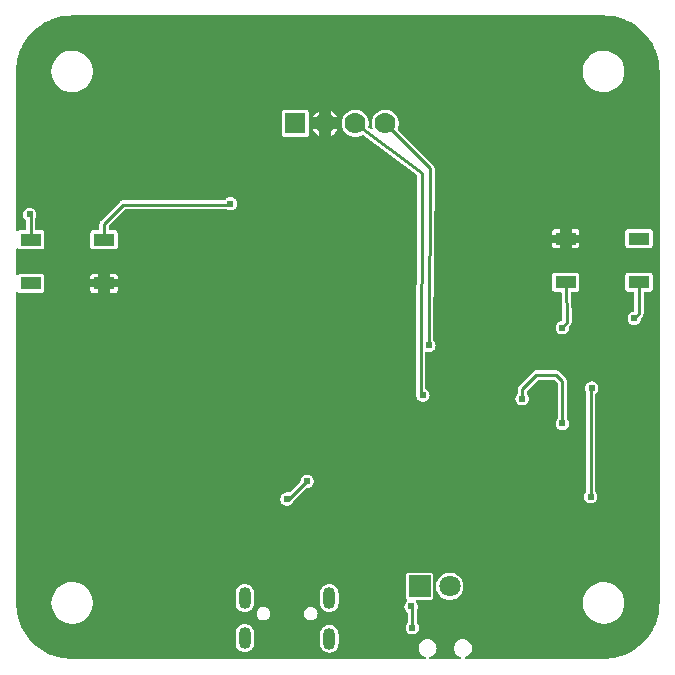
<source format=gtl>
G04 Layer: TopLayer*
G04 EasyEDA v6.5.42, 2024-04-23 23:59:32*
G04 6f1416cd65ae409284c29a2362dae36f,3bb721cc424b4652afb4738f699644a2,10*
G04 Gerber Generator version 0.2*
G04 Scale: 100 percent, Rotated: No, Reflected: No *
G04 Dimensions in millimeters *
G04 leading zeros omitted , absolute positions ,4 integer and 5 decimal *
%FSLAX45Y45*%
%MOMM*%

%AMMACRO1*21,1,$1,$2,0,0,$3*%
%ADD10C,0.2540*%
%ADD11R,1.8000X1.1000*%
%ADD12C,1.8000*%
%ADD13MACRO1,1.8X1.8X0.0000*%
%ADD14O,1.0500106X1.850009*%
%ADD15R,1.7780X1.7780*%
%ADD16C,1.7780*%
%ADD17C,0.6200*%
%ADD18C,0.0162*%

%LPD*%
G36*
X500532Y25908D02*
G01*
X469900Y26873D01*
X440283Y29718D01*
X410870Y34391D01*
X381812Y40894D01*
X353212Y49225D01*
X325170Y59334D01*
X297840Y71170D01*
X271322Y84734D01*
X245719Y99923D01*
X221081Y116636D01*
X197561Y134924D01*
X175260Y154635D01*
X154178Y175717D01*
X134518Y198069D01*
X116281Y221589D01*
X99568Y246227D01*
X84429Y271881D01*
X70916Y298450D01*
X59080Y325780D01*
X49022Y353822D01*
X40741Y382422D01*
X34290Y411480D01*
X29616Y440893D01*
X26822Y470560D01*
X25908Y500532D01*
X25908Y3123234D01*
X26670Y3127095D01*
X28905Y3130397D01*
X32156Y3132632D01*
X36068Y3133394D01*
X39979Y3132632D01*
X43891Y3129788D01*
X48768Y3126689D01*
X54254Y3124758D01*
X60553Y3124047D01*
X239420Y3124047D01*
X245770Y3124758D01*
X251206Y3126689D01*
X256133Y3129788D01*
X260197Y3133852D01*
X263296Y3138779D01*
X265176Y3144215D01*
X265887Y3150565D01*
X265887Y3259429D01*
X265176Y3265728D01*
X263296Y3271215D01*
X260197Y3276092D01*
X256133Y3280206D01*
X251206Y3283254D01*
X245770Y3285185D01*
X239420Y3285896D01*
X60553Y3285896D01*
X54254Y3285185D01*
X48768Y3283254D01*
X39979Y3277362D01*
X36068Y3276600D01*
X32156Y3277362D01*
X28905Y3279546D01*
X26670Y3282848D01*
X25908Y3286760D01*
X25908Y3493211D01*
X26670Y3497122D01*
X28905Y3500424D01*
X32156Y3502609D01*
X36068Y3503371D01*
X39979Y3502609D01*
X43891Y3499764D01*
X48768Y3496716D01*
X54254Y3494786D01*
X60553Y3494074D01*
X239420Y3494074D01*
X245770Y3494786D01*
X251206Y3496716D01*
X256133Y3499764D01*
X260197Y3503879D01*
X263296Y3508756D01*
X265176Y3514242D01*
X265887Y3520541D01*
X265887Y3629406D01*
X265176Y3635756D01*
X263296Y3641191D01*
X260197Y3646119D01*
X256133Y3650183D01*
X251206Y3653282D01*
X245770Y3655161D01*
X239420Y3655872D01*
X198780Y3655872D01*
X194868Y3656685D01*
X191566Y3658870D01*
X189382Y3662172D01*
X188620Y3666032D01*
X188620Y3757726D01*
X189484Y3761943D01*
X193649Y3771036D01*
X196037Y3780383D01*
X196900Y3789984D01*
X196037Y3799586D01*
X193649Y3808933D01*
X189636Y3817721D01*
X184251Y3825697D01*
X177596Y3832656D01*
X169824Y3838397D01*
X161188Y3842765D01*
X151993Y3845560D01*
X142443Y3846829D01*
X132791Y3846372D01*
X123342Y3844340D01*
X114401Y3840784D01*
X106172Y3835704D01*
X98958Y3829354D01*
X92862Y3821836D01*
X88188Y3813403D01*
X84988Y3804310D01*
X83362Y3794810D01*
X83362Y3785158D01*
X84988Y3775659D01*
X88188Y3766565D01*
X92862Y3758133D01*
X98958Y3750614D01*
X109118Y3741775D01*
X110794Y3738778D01*
X111404Y3735374D01*
X111404Y3666032D01*
X110591Y3662172D01*
X108407Y3658870D01*
X105105Y3656685D01*
X101244Y3655872D01*
X60553Y3655872D01*
X54254Y3655161D01*
X48768Y3653282D01*
X39979Y3647338D01*
X36068Y3646576D01*
X32156Y3647338D01*
X28905Y3649573D01*
X26670Y3652824D01*
X25908Y3656736D01*
X25908Y4974640D01*
X26365Y4979365D01*
X26009Y5009286D01*
X27533Y5038648D01*
X30835Y5067909D01*
X35915Y5096865D01*
X42824Y5125466D01*
X51511Y5153609D01*
X61874Y5181142D01*
X73964Y5207965D01*
X87680Y5233974D01*
X103022Y5259120D01*
X119837Y5283250D01*
X138125Y5306263D01*
X157835Y5328107D01*
X178866Y5348732D01*
X201117Y5367985D01*
X224536Y5385816D01*
X248970Y5402173D01*
X274421Y5416956D01*
X300736Y5430113D01*
X327761Y5441696D01*
X355498Y5451500D01*
X383794Y5459577D01*
X412546Y5465927D01*
X441604Y5470448D01*
X470916Y5473141D01*
X500532Y5474055D01*
X4999431Y5474055D01*
X5030063Y5473090D01*
X5059730Y5470296D01*
X5089144Y5465622D01*
X5118201Y5459069D01*
X5146802Y5450738D01*
X5174792Y5440629D01*
X5202123Y5428792D01*
X5228640Y5415280D01*
X5254294Y5400090D01*
X5278882Y5383326D01*
X5302402Y5365038D01*
X5324754Y5345328D01*
X5345785Y5324297D01*
X5365445Y5301945D01*
X5383682Y5278374D01*
X5400446Y5253736D01*
X5415584Y5228082D01*
X5429097Y5201564D01*
X5440883Y5174234D01*
X5450941Y5146192D01*
X5459222Y5117592D01*
X5465724Y5088483D01*
X5470347Y5059070D01*
X5473141Y5029454D01*
X5474106Y4999431D01*
X5474055Y500380D01*
X5473090Y469900D01*
X5470296Y440283D01*
X5465622Y410870D01*
X5459069Y381812D01*
X5450738Y353212D01*
X5440629Y325170D01*
X5428792Y297840D01*
X5415280Y271322D01*
X5400090Y245719D01*
X5383326Y221081D01*
X5365038Y197561D01*
X5345328Y175260D01*
X5324297Y154178D01*
X5301945Y134518D01*
X5278374Y116281D01*
X5253736Y99568D01*
X5228082Y84429D01*
X5201564Y70916D01*
X5174234Y59080D01*
X5146192Y49022D01*
X5117592Y40741D01*
X5088483Y34290D01*
X5059070Y29616D01*
X5029454Y26822D01*
X4999431Y25908D01*
X3834841Y25908D01*
X3830777Y26771D01*
X3827373Y29159D01*
X3825240Y32664D01*
X3824681Y36779D01*
X3825798Y40792D01*
X3828440Y43992D01*
X3832148Y45872D01*
X3835603Y46837D01*
X3846220Y51562D01*
X3855974Y57912D01*
X3864660Y65633D01*
X3872026Y74574D01*
X3877970Y84582D01*
X3882339Y95351D01*
X3884980Y106629D01*
X3885844Y118211D01*
X3884980Y129844D01*
X3882339Y141122D01*
X3877970Y151892D01*
X3872026Y161899D01*
X3864660Y170840D01*
X3855974Y178562D01*
X3846220Y184912D01*
X3835603Y189636D01*
X3824427Y192735D01*
X3812895Y194056D01*
X3801262Y193598D01*
X3789883Y191414D01*
X3778910Y187452D01*
X3768750Y181914D01*
X3759504Y174904D01*
X3751427Y166522D01*
X3744772Y157022D01*
X3739591Y146608D01*
X3736086Y135534D01*
X3734308Y124053D01*
X3734308Y112420D01*
X3736086Y100939D01*
X3739591Y89865D01*
X3744772Y79451D01*
X3751427Y69951D01*
X3759504Y61569D01*
X3768750Y54559D01*
X3778910Y49022D01*
X3788308Y45618D01*
X3791762Y43535D01*
X3794150Y40284D01*
X3795014Y36322D01*
X3794353Y32359D01*
X3792169Y29006D01*
X3788816Y26720D01*
X3784854Y25908D01*
X3534613Y25908D01*
X3530600Y26771D01*
X3527196Y29159D01*
X3525062Y32664D01*
X3524504Y36779D01*
X3525621Y40792D01*
X3528263Y43992D01*
X3531920Y45872D01*
X3535629Y46888D01*
X3546246Y51612D01*
X3555949Y57962D01*
X3564636Y65684D01*
X3572052Y74625D01*
X3577996Y84632D01*
X3582314Y95402D01*
X3584956Y106680D01*
X3585870Y118262D01*
X3584956Y129895D01*
X3582314Y141173D01*
X3577996Y151942D01*
X3572052Y161950D01*
X3564636Y170891D01*
X3555949Y178612D01*
X3546246Y184962D01*
X3535629Y189687D01*
X3524402Y192786D01*
X3512870Y194106D01*
X3501288Y193649D01*
X3489858Y191465D01*
X3478936Y187502D01*
X3468725Y181965D01*
X3459479Y174955D01*
X3451453Y166573D01*
X3444748Y157073D01*
X3439617Y146659D01*
X3436112Y135585D01*
X3434334Y124104D01*
X3434334Y112471D01*
X3436112Y100990D01*
X3439617Y89916D01*
X3444748Y79502D01*
X3451453Y70002D01*
X3459479Y61620D01*
X3468725Y54610D01*
X3478936Y49072D01*
X3488436Y45618D01*
X3491890Y43535D01*
X3494278Y40284D01*
X3495192Y36322D01*
X3494481Y32359D01*
X3492296Y29006D01*
X3488994Y26720D01*
X3485032Y25908D01*
G37*

%LPC*%
G36*
X2671673Y79349D02*
G01*
X2683357Y79349D01*
X2694940Y81076D01*
X2706166Y84531D01*
X2716682Y89611D01*
X2726385Y96215D01*
X2734970Y104190D01*
X2742285Y113334D01*
X2748127Y123494D01*
X2752394Y134416D01*
X2755036Y145796D01*
X2755900Y157886D01*
X2755900Y237134D01*
X2755036Y249174D01*
X2752394Y260604D01*
X2748127Y271526D01*
X2742285Y281635D01*
X2734970Y290830D01*
X2726385Y298754D01*
X2716682Y305358D01*
X2706166Y310438D01*
X2694940Y313893D01*
X2683357Y315671D01*
X2671673Y315671D01*
X2660091Y313893D01*
X2648864Y310438D01*
X2638298Y305358D01*
X2628646Y298754D01*
X2620060Y290830D01*
X2612745Y281635D01*
X2606903Y271526D01*
X2602585Y260604D01*
X2599994Y249174D01*
X2599080Y237134D01*
X2599080Y157886D01*
X2599994Y145796D01*
X2602585Y134416D01*
X2606903Y123494D01*
X2612745Y113334D01*
X2620060Y104190D01*
X2628646Y96215D01*
X2638298Y89611D01*
X2648864Y84531D01*
X2660091Y81076D01*
G37*
G36*
X1956663Y84328D02*
G01*
X1968347Y84328D01*
X1979930Y86055D01*
X1991156Y89509D01*
X2001672Y94640D01*
X2011375Y101193D01*
X2019960Y109169D01*
X2027275Y118364D01*
X2033117Y128473D01*
X2037384Y139395D01*
X2040026Y150825D01*
X2040889Y162864D01*
X2040889Y242112D01*
X2040026Y254152D01*
X2037384Y265582D01*
X2033117Y276504D01*
X2027275Y286664D01*
X2019960Y295808D01*
X2011375Y303784D01*
X2001672Y310388D01*
X1991156Y315468D01*
X1979930Y318922D01*
X1968347Y320649D01*
X1956663Y320649D01*
X1945081Y318922D01*
X1933854Y315468D01*
X1923288Y310388D01*
X1913636Y303784D01*
X1905050Y295808D01*
X1897735Y286664D01*
X1891893Y276504D01*
X1887575Y265582D01*
X1884984Y254152D01*
X1884070Y242112D01*
X1884070Y162864D01*
X1884984Y150825D01*
X1887575Y139395D01*
X1891893Y128473D01*
X1897735Y118364D01*
X1905050Y109169D01*
X1913636Y101193D01*
X1923288Y94640D01*
X1933854Y89509D01*
X1945081Y86055D01*
G37*
G36*
X3382416Y233171D02*
G01*
X3391966Y234391D01*
X3401212Y237236D01*
X3409797Y241554D01*
X3417570Y247294D01*
X3424275Y254254D01*
X3429660Y262280D01*
X3433622Y271068D01*
X3436061Y280365D01*
X3436874Y289966D01*
X3436061Y299618D01*
X3433622Y308914D01*
X3429660Y317703D01*
X3424275Y325729D01*
X3421430Y328676D01*
X3419348Y331927D01*
X3418586Y335686D01*
X3418586Y437743D01*
X3419500Y441959D01*
X3423615Y451053D01*
X3426053Y460400D01*
X3426866Y470001D01*
X3426053Y479602D01*
X3423615Y488950D01*
X3419652Y497738D01*
X3411016Y510184D01*
X3410305Y514096D01*
X3411118Y517906D01*
X3413302Y521157D01*
X3416604Y523341D01*
X3420465Y524103D01*
X3532428Y524103D01*
X3538728Y524814D01*
X3544214Y526694D01*
X3549091Y529793D01*
X3553206Y533908D01*
X3556254Y538784D01*
X3558184Y544271D01*
X3558895Y550570D01*
X3558895Y729437D01*
X3558184Y735736D01*
X3556254Y741222D01*
X3553206Y746099D01*
X3549091Y750214D01*
X3544214Y753262D01*
X3538728Y755192D01*
X3532428Y755904D01*
X3353562Y755904D01*
X3347262Y755192D01*
X3341776Y753262D01*
X3336899Y750214D01*
X3332784Y746099D01*
X3329686Y741222D01*
X3327806Y735736D01*
X3327095Y729437D01*
X3327095Y550570D01*
X3327806Y544271D01*
X3329686Y538784D01*
X3332784Y533908D01*
X3336391Y530301D01*
X3338626Y526846D01*
X3339337Y522782D01*
X3338372Y518769D01*
X3335883Y515467D01*
X3328924Y509371D01*
X3322878Y501853D01*
X3318154Y493420D01*
X3314954Y484327D01*
X3313328Y474827D01*
X3313328Y465175D01*
X3314954Y455676D01*
X3318154Y446582D01*
X3322878Y438150D01*
X3328924Y430631D01*
X3339134Y421792D01*
X3340811Y418795D01*
X3341370Y415391D01*
X3341370Y335940D01*
X3340811Y332587D01*
X3339134Y329590D01*
X3332886Y321818D01*
X3328162Y313436D01*
X3324961Y304342D01*
X3323336Y294792D01*
X3323336Y285191D01*
X3324961Y275640D01*
X3328162Y266547D01*
X3332886Y258165D01*
X3338931Y250647D01*
X3346196Y244246D01*
X3354374Y239217D01*
X3363366Y235610D01*
X3372764Y233578D01*
G37*
G36*
X504545Y324154D02*
G01*
X522579Y325577D01*
X540410Y328828D01*
X557784Y333857D01*
X574548Y340715D01*
X590550Y349199D01*
X605586Y359308D01*
X619455Y370890D01*
X632104Y383895D01*
X643382Y398068D01*
X653084Y413359D01*
X661162Y429564D01*
X667562Y446532D01*
X672185Y464007D01*
X674979Y481888D01*
X675894Y499973D01*
X674979Y518109D01*
X672185Y535990D01*
X667562Y553466D01*
X661162Y570433D01*
X653084Y586638D01*
X643382Y601929D01*
X632104Y616102D01*
X619455Y629107D01*
X605586Y640689D01*
X590550Y650798D01*
X574548Y659282D01*
X557784Y666140D01*
X540410Y671169D01*
X522579Y674420D01*
X504545Y675843D01*
X486409Y675386D01*
X468477Y673049D01*
X450850Y668883D01*
X433730Y662940D01*
X417322Y655269D01*
X401828Y645922D01*
X387299Y635050D01*
X374040Y622757D01*
X362051Y609142D01*
X351586Y594410D01*
X342646Y578662D01*
X335432Y562051D01*
X329895Y544779D01*
X326186Y527050D01*
X324358Y509066D01*
X324358Y490931D01*
X326186Y472948D01*
X329895Y455218D01*
X335432Y437946D01*
X342646Y421335D01*
X351586Y405587D01*
X362051Y390855D01*
X374040Y377240D01*
X387299Y364947D01*
X401828Y354076D01*
X417322Y344728D01*
X433730Y337058D01*
X450850Y331114D01*
X468477Y326948D01*
X486409Y324612D01*
G37*
G36*
X5004511Y324154D02*
G01*
X5022596Y325577D01*
X5040376Y328828D01*
X5057800Y333857D01*
X5074564Y340715D01*
X5090515Y349199D01*
X5105552Y359308D01*
X5119471Y370890D01*
X5132120Y383895D01*
X5143347Y398068D01*
X5153050Y413359D01*
X5161178Y429564D01*
X5167528Y446532D01*
X5172151Y464007D01*
X5174945Y481888D01*
X5175859Y499973D01*
X5174945Y518109D01*
X5172151Y535990D01*
X5167528Y553466D01*
X5161178Y570433D01*
X5153050Y586638D01*
X5143347Y601929D01*
X5132120Y616102D01*
X5119471Y629107D01*
X5105552Y640689D01*
X5090515Y650798D01*
X5074564Y659282D01*
X5057800Y666140D01*
X5040376Y671169D01*
X5022596Y674420D01*
X5004511Y675843D01*
X4986426Y675386D01*
X4968443Y673049D01*
X4950815Y668883D01*
X4933746Y662940D01*
X4917338Y655269D01*
X4901793Y645922D01*
X4887315Y635050D01*
X4874006Y622757D01*
X4862068Y609142D01*
X4851552Y594410D01*
X4842662Y578662D01*
X4835398Y562051D01*
X4829911Y544779D01*
X4826203Y527050D01*
X4824323Y509066D01*
X4824323Y490931D01*
X4826203Y472948D01*
X4829911Y455218D01*
X4835398Y437946D01*
X4842662Y421335D01*
X4851552Y405587D01*
X4862068Y390855D01*
X4874006Y377240D01*
X4887315Y364947D01*
X4901793Y354076D01*
X4917338Y344728D01*
X4933746Y337058D01*
X4950815Y331114D01*
X4968443Y326948D01*
X4986426Y324612D01*
G37*
G36*
X2122474Y352196D02*
G01*
X2132279Y353415D01*
X2141728Y356311D01*
X2150567Y360781D01*
X2158542Y366674D01*
X2165400Y373837D01*
X2170938Y382016D01*
X2175002Y391058D01*
X2177542Y400608D01*
X2178354Y410464D01*
X2177542Y420370D01*
X2175002Y429920D01*
X2170938Y438962D01*
X2165400Y447141D01*
X2158542Y454304D01*
X2150567Y460197D01*
X2141728Y464667D01*
X2132279Y467563D01*
X2122474Y468782D01*
X2112568Y468376D01*
X2102916Y466293D01*
X2093722Y462584D01*
X2085289Y457403D01*
X2077821Y450900D01*
X2071624Y443179D01*
X2066798Y434543D01*
X2063496Y425196D01*
X2061819Y415442D01*
X2061819Y405536D01*
X2063496Y395782D01*
X2066798Y386435D01*
X2071624Y377799D01*
X2077821Y370078D01*
X2085289Y363575D01*
X2093722Y358394D01*
X2102916Y354685D01*
X2112568Y352602D01*
G37*
G36*
X2522474Y352196D02*
G01*
X2532278Y353415D01*
X2541727Y356311D01*
X2550566Y360781D01*
X2558542Y366674D01*
X2565400Y373837D01*
X2570937Y382016D01*
X2575001Y391058D01*
X2577541Y400608D01*
X2578354Y410464D01*
X2577541Y420370D01*
X2575001Y429920D01*
X2570937Y438962D01*
X2565400Y447141D01*
X2558542Y454304D01*
X2550566Y460197D01*
X2541727Y464667D01*
X2532278Y467563D01*
X2522474Y468782D01*
X2512568Y468376D01*
X2502916Y466293D01*
X2493721Y462584D01*
X2485288Y457403D01*
X2477820Y450900D01*
X2471623Y443179D01*
X2466797Y434543D01*
X2463495Y425196D01*
X2461818Y415442D01*
X2461818Y405536D01*
X2463495Y395782D01*
X2466797Y386435D01*
X2471623Y377799D01*
X2477820Y370078D01*
X2485288Y363575D01*
X2493721Y358394D01*
X2502916Y354685D01*
X2512568Y352602D01*
G37*
G36*
X1956663Y424332D02*
G01*
X1968347Y424332D01*
X1979930Y426059D01*
X1991156Y429514D01*
X2001723Y434593D01*
X2011375Y441198D01*
X2019960Y449173D01*
X2027275Y458317D01*
X2033117Y468477D01*
X2037384Y479399D01*
X2040026Y490829D01*
X2040940Y502869D01*
X2040940Y582117D01*
X2040026Y594156D01*
X2037384Y605586D01*
X2033117Y616508D01*
X2027275Y626668D01*
X2019960Y635812D01*
X2011375Y643788D01*
X2001723Y650392D01*
X1991156Y655472D01*
X1979930Y658926D01*
X1968347Y660654D01*
X1956663Y660654D01*
X1945081Y658926D01*
X1933854Y655472D01*
X1923338Y650392D01*
X1913636Y643788D01*
X1905050Y635812D01*
X1897735Y626668D01*
X1891893Y616508D01*
X1887626Y605586D01*
X1884984Y594156D01*
X1884121Y582117D01*
X1884121Y502869D01*
X1884984Y490829D01*
X1887626Y479399D01*
X1891893Y468477D01*
X1897735Y458317D01*
X1905050Y449173D01*
X1913636Y441198D01*
X1923338Y434593D01*
X1933854Y429514D01*
X1945081Y426059D01*
G37*
G36*
X2671673Y424332D02*
G01*
X2683357Y424332D01*
X2694940Y426059D01*
X2706166Y429514D01*
X2716682Y434593D01*
X2726385Y441198D01*
X2734970Y449173D01*
X2742285Y458317D01*
X2748127Y468477D01*
X2752394Y479399D01*
X2755036Y490829D01*
X2755900Y502869D01*
X2755900Y582117D01*
X2755036Y594156D01*
X2752394Y605586D01*
X2748127Y616508D01*
X2742285Y626668D01*
X2734970Y635812D01*
X2726385Y643788D01*
X2716682Y650392D01*
X2706166Y655472D01*
X2694940Y658926D01*
X2683357Y660654D01*
X2671673Y660654D01*
X2660091Y658926D01*
X2648864Y655472D01*
X2638298Y650392D01*
X2628646Y643788D01*
X2620060Y635812D01*
X2612745Y626668D01*
X2606903Y616508D01*
X2602585Y605586D01*
X2599994Y594156D01*
X2599080Y582117D01*
X2599080Y502869D01*
X2599994Y490829D01*
X2602585Y479399D01*
X2606903Y468477D01*
X2612745Y458317D01*
X2620060Y449173D01*
X2628646Y441198D01*
X2638298Y434593D01*
X2648864Y429514D01*
X2660091Y426059D01*
G37*
G36*
X3689705Y524357D02*
G01*
X3704285Y524357D01*
X3718712Y526186D01*
X3732784Y529793D01*
X3746347Y535127D01*
X3759098Y542137D01*
X3770884Y550722D01*
X3781450Y560679D01*
X3790746Y571906D01*
X3798570Y584149D01*
X3804767Y597357D01*
X3809237Y611174D01*
X3811981Y625449D01*
X3812895Y639978D01*
X3811981Y654507D01*
X3809237Y668832D01*
X3804767Y682650D01*
X3798570Y695807D01*
X3790746Y708101D01*
X3781450Y719328D01*
X3770884Y729284D01*
X3759098Y737870D01*
X3746347Y744880D01*
X3732784Y750214D01*
X3718712Y753821D01*
X3704285Y755650D01*
X3689705Y755650D01*
X3675278Y753821D01*
X3661206Y750214D01*
X3647643Y744880D01*
X3634892Y737870D01*
X3623106Y729284D01*
X3612489Y719328D01*
X3603244Y708101D01*
X3595420Y695807D01*
X3589223Y682650D01*
X3584752Y668832D01*
X3582009Y654507D01*
X3581095Y639978D01*
X3582009Y625449D01*
X3584752Y611174D01*
X3589223Y597357D01*
X3595420Y584149D01*
X3603244Y571906D01*
X3612489Y560679D01*
X3623106Y550722D01*
X3634892Y542137D01*
X3647643Y535127D01*
X3661206Y529793D01*
X3675278Y526186D01*
G37*
G36*
X2322423Y1323187D02*
G01*
X2331974Y1324406D01*
X2341219Y1327251D01*
X2349804Y1331569D01*
X2357577Y1337310D01*
X2364282Y1344269D01*
X2369667Y1352296D01*
X2371191Y1355699D01*
X2373274Y1358696D01*
X2484780Y1470202D01*
X2488285Y1472488D01*
X2501950Y1474419D01*
X2511196Y1477213D01*
X2519781Y1481582D01*
X2527554Y1487322D01*
X2534259Y1494282D01*
X2539644Y1502257D01*
X2543606Y1511046D01*
X2546045Y1520393D01*
X2546858Y1529994D01*
X2546045Y1539595D01*
X2543606Y1548942D01*
X2539644Y1557731D01*
X2534259Y1565706D01*
X2527554Y1572666D01*
X2519781Y1578406D01*
X2511196Y1582775D01*
X2501950Y1585569D01*
X2492400Y1586839D01*
X2482748Y1586382D01*
X2473350Y1584350D01*
X2464358Y1580794D01*
X2456180Y1575714D01*
X2448915Y1569364D01*
X2442870Y1561846D01*
X2438146Y1553413D01*
X2434945Y1544320D01*
X2433320Y1534820D01*
X2433320Y1532128D01*
X2432558Y1528267D01*
X2430322Y1524965D01*
X2343200Y1437792D01*
X2340203Y1435760D01*
X2336647Y1434846D01*
X2322423Y1436827D01*
X2312771Y1436420D01*
X2303373Y1434388D01*
X2294382Y1430782D01*
X2286203Y1425752D01*
X2278938Y1419352D01*
X2272893Y1411833D01*
X2268169Y1403451D01*
X2264968Y1394358D01*
X2263343Y1384808D01*
X2263343Y1375206D01*
X2264968Y1365656D01*
X2268169Y1356563D01*
X2272893Y1348181D01*
X2278938Y1340662D01*
X2286203Y1334262D01*
X2294382Y1329232D01*
X2303373Y1325626D01*
X2312771Y1323594D01*
G37*
G36*
X4892446Y1343202D02*
G01*
X4901996Y1344472D01*
X4911191Y1347266D01*
X4919827Y1351635D01*
X4927600Y1357376D01*
X4934254Y1364335D01*
X4939639Y1372311D01*
X4943652Y1381099D01*
X4946040Y1390446D01*
X4946904Y1400048D01*
X4946040Y1409649D01*
X4943652Y1418996D01*
X4939639Y1427784D01*
X4934254Y1435760D01*
X4931460Y1438706D01*
X4929327Y1441958D01*
X4928616Y1445768D01*
X4928616Y2265680D01*
X4929124Y2268778D01*
X4930546Y2271572D01*
X4932730Y2273808D01*
X4937506Y2277364D01*
X4944160Y2284323D01*
X4949545Y2292299D01*
X4953558Y2301087D01*
X4955946Y2310434D01*
X4956810Y2320036D01*
X4955946Y2329637D01*
X4953558Y2338984D01*
X4949545Y2347772D01*
X4944160Y2355748D01*
X4937506Y2362708D01*
X4929733Y2368448D01*
X4921097Y2372817D01*
X4911902Y2375611D01*
X4902352Y2376881D01*
X4892700Y2376424D01*
X4883251Y2374392D01*
X4874310Y2370836D01*
X4866081Y2365756D01*
X4858867Y2359406D01*
X4852771Y2351887D01*
X4848098Y2343454D01*
X4844897Y2334361D01*
X4843272Y2324862D01*
X4843272Y2315210D01*
X4844897Y2305710D01*
X4848098Y2296617D01*
X4850130Y2293010D01*
X4851095Y2290622D01*
X4851400Y2288032D01*
X4851400Y1446022D01*
X4850841Y1442618D01*
X4849164Y1439621D01*
X4842865Y1431899D01*
X4838192Y1423466D01*
X4834991Y1414373D01*
X4833366Y1404874D01*
X4833366Y1395222D01*
X4834991Y1385722D01*
X4838192Y1376629D01*
X4842865Y1368196D01*
X4848961Y1360678D01*
X4856175Y1354328D01*
X4864404Y1349248D01*
X4873345Y1345692D01*
X4882794Y1343660D01*
G37*
G36*
X4652416Y1963166D02*
G01*
X4661966Y1964385D01*
X4671212Y1967230D01*
X4679797Y1971548D01*
X4687570Y1977288D01*
X4694224Y1984248D01*
X4699660Y1992274D01*
X4703622Y2001062D01*
X4706061Y2010359D01*
X4706874Y2020011D01*
X4706061Y2029612D01*
X4703622Y2038959D01*
X4699660Y2047748D01*
X4694224Y2055723D01*
X4691430Y2058670D01*
X4689348Y2061870D01*
X4688636Y2065680D01*
X4688636Y2379472D01*
X4687824Y2387498D01*
X4685639Y2394762D01*
X4682083Y2401417D01*
X4676952Y2407615D01*
X4627626Y2456942D01*
X4621428Y2462072D01*
X4614773Y2465628D01*
X4607509Y2467813D01*
X4599482Y2468626D01*
X4430471Y2468626D01*
X4422495Y2467813D01*
X4415231Y2465628D01*
X4408576Y2462072D01*
X4402328Y2456942D01*
X4283049Y2337663D01*
X4277918Y2331415D01*
X4274362Y2324760D01*
X4272178Y2317546D01*
X4271416Y2309520D01*
X4271416Y2275992D01*
X4270806Y2272588D01*
X4269130Y2269591D01*
X4262882Y2261819D01*
X4258157Y2253437D01*
X4254957Y2244344D01*
X4253331Y2234793D01*
X4253331Y2225192D01*
X4254957Y2215642D01*
X4258157Y2206548D01*
X4262882Y2198166D01*
X4268927Y2190648D01*
X4276191Y2184247D01*
X4284370Y2179218D01*
X4293362Y2175611D01*
X4302760Y2173579D01*
X4312412Y2173173D01*
X4321962Y2174392D01*
X4331208Y2177237D01*
X4339793Y2181555D01*
X4347565Y2187295D01*
X4354271Y2194255D01*
X4359656Y2202281D01*
X4363618Y2211070D01*
X4366056Y2220366D01*
X4366869Y2229967D01*
X4366056Y2239619D01*
X4363618Y2248916D01*
X4359656Y2257704D01*
X4354271Y2265730D01*
X4351426Y2268677D01*
X4349343Y2271877D01*
X4348632Y2275687D01*
X4348632Y2289810D01*
X4349394Y2293670D01*
X4351578Y2296972D01*
X4443018Y2388412D01*
X4446320Y2390597D01*
X4450181Y2391410D01*
X4579772Y2391410D01*
X4583684Y2390597D01*
X4586986Y2388412D01*
X4608423Y2366975D01*
X4610608Y2363673D01*
X4611420Y2359761D01*
X4611420Y2065985D01*
X4610811Y2062581D01*
X4609134Y2059584D01*
X4602886Y2051862D01*
X4598162Y2043430D01*
X4594961Y2034336D01*
X4593336Y2024837D01*
X4593336Y2015185D01*
X4594961Y2005685D01*
X4598162Y1996592D01*
X4602886Y1988159D01*
X4608931Y1980641D01*
X4616196Y1974291D01*
X4624374Y1969211D01*
X4633315Y1965604D01*
X4642764Y1963572D01*
G37*
G36*
X3472434Y2203145D02*
G01*
X3481984Y2204415D01*
X3491179Y2207209D01*
X3499815Y2211578D01*
X3507587Y2217318D01*
X3514242Y2224278D01*
X3519627Y2232253D01*
X3523640Y2241042D01*
X3526028Y2250389D01*
X3526891Y2259990D01*
X3526028Y2269591D01*
X3523640Y2278938D01*
X3519627Y2287727D01*
X3514242Y2295702D01*
X3507587Y2302662D01*
X3499815Y2308402D01*
X3494582Y2311044D01*
X3491636Y2313330D01*
X3489655Y2316480D01*
X3488994Y2320188D01*
X3490569Y2615844D01*
X3491585Y2620213D01*
X3494379Y2623718D01*
X3498392Y2625699D01*
X3502863Y2625750D01*
X3512769Y2623616D01*
X3522421Y2623159D01*
X3531971Y2624429D01*
X3541166Y2627223D01*
X3549802Y2631592D01*
X3557574Y2637332D01*
X3564229Y2644292D01*
X3569614Y2652268D01*
X3573627Y2661056D01*
X3576015Y2670403D01*
X3576878Y2680004D01*
X3576015Y2689606D01*
X3573627Y2698953D01*
X3569614Y2707741D01*
X3564229Y2715717D01*
X3561740Y2718358D01*
X3559606Y2721610D01*
X3558895Y2725420D01*
X3568598Y4179214D01*
X3567836Y4187240D01*
X3565702Y4194505D01*
X3562197Y4201210D01*
X3557015Y4207560D01*
X3260445Y4505706D01*
X3258210Y4509109D01*
X3257499Y4513173D01*
X3258718Y4517745D01*
X3263188Y4531461D01*
X3265881Y4545584D01*
X3266795Y4560011D01*
X3265881Y4574387D01*
X3263188Y4588560D01*
X3258718Y4602226D01*
X3252571Y4615281D01*
X3244850Y4627473D01*
X3235655Y4638548D01*
X3225139Y4648454D01*
X3213506Y4656886D01*
X3200857Y4663846D01*
X3187446Y4669180D01*
X3173526Y4672736D01*
X3159201Y4674565D01*
X3144774Y4674565D01*
X3130499Y4672736D01*
X3116529Y4669180D01*
X3103118Y4663846D01*
X3090468Y4656886D01*
X3078835Y4648454D01*
X3068320Y4638548D01*
X3059125Y4627473D01*
X3051403Y4615281D01*
X3045256Y4602226D01*
X3040837Y4588560D01*
X3038094Y4574387D01*
X3037230Y4560011D01*
X3038094Y4545584D01*
X3040837Y4531461D01*
X3043783Y4522266D01*
X3044240Y4518050D01*
X3042920Y4513986D01*
X3040075Y4510887D01*
X3036163Y4509160D01*
X3031896Y4509211D01*
X3028035Y4510989D01*
X3013202Y4522063D01*
X3010662Y4524857D01*
X3009290Y4528362D01*
X3009290Y4532122D01*
X3011881Y4545584D01*
X3012795Y4560011D01*
X3011881Y4574387D01*
X3009188Y4588560D01*
X3004718Y4602226D01*
X2998571Y4615281D01*
X2990850Y4627473D01*
X2981655Y4638548D01*
X2971139Y4648454D01*
X2959506Y4656886D01*
X2946857Y4663846D01*
X2933446Y4669180D01*
X2919526Y4672736D01*
X2905201Y4674565D01*
X2890774Y4674565D01*
X2876499Y4672736D01*
X2862529Y4669180D01*
X2849118Y4663846D01*
X2836468Y4656886D01*
X2824835Y4648454D01*
X2814320Y4638548D01*
X2805125Y4627473D01*
X2797403Y4615281D01*
X2791256Y4602226D01*
X2786837Y4588560D01*
X2784094Y4574387D01*
X2783230Y4560011D01*
X2784094Y4545584D01*
X2786837Y4531461D01*
X2791256Y4517745D01*
X2797403Y4504690D01*
X2805125Y4492498D01*
X2814320Y4481423D01*
X2824835Y4471568D01*
X2836468Y4463084D01*
X2849118Y4456125D01*
X2862529Y4450842D01*
X2876499Y4447235D01*
X2890774Y4445406D01*
X2905201Y4445406D01*
X2919526Y4447235D01*
X2933446Y4450842D01*
X2946857Y4456125D01*
X2955899Y4461103D01*
X2959557Y4462272D01*
X2963418Y4462018D01*
X2966872Y4460341D01*
X3417163Y4123791D01*
X3419398Y4121556D01*
X3420770Y4118711D01*
X3421278Y4115612D01*
X3411474Y2260803D01*
X3412236Y2252776D01*
X3414369Y2245512D01*
X3416554Y2241194D01*
X3418179Y2236571D01*
X3422853Y2228138D01*
X3428949Y2220620D01*
X3436162Y2214270D01*
X3444392Y2209190D01*
X3453333Y2205634D01*
X3462782Y2203602D01*
G37*
G36*
X4652416Y2773172D02*
G01*
X4661966Y2774391D01*
X4671212Y2777236D01*
X4679797Y2781554D01*
X4687570Y2787294D01*
X4694275Y2794254D01*
X4699660Y2802280D01*
X4703622Y2811068D01*
X4706061Y2820365D01*
X4706874Y2829966D01*
X4706518Y2834386D01*
X4706924Y2838196D01*
X4708702Y2841548D01*
X4719980Y2855671D01*
X4722774Y2859582D01*
X4724196Y2862122D01*
X4726127Y2866390D01*
X4727041Y2869184D01*
X4728057Y2873705D01*
X4728413Y2876600D01*
X4728565Y2881426D01*
X4721352Y3123641D01*
X4722012Y3127603D01*
X4724196Y3131007D01*
X4727549Y3133293D01*
X4731512Y3134106D01*
X4769408Y3134106D01*
X4775758Y3134817D01*
X4781194Y3136696D01*
X4786122Y3139795D01*
X4790186Y3143910D01*
X4793284Y3148787D01*
X4795164Y3154273D01*
X4795875Y3160572D01*
X4795875Y3269437D01*
X4795164Y3275736D01*
X4793284Y3281222D01*
X4790186Y3286099D01*
X4786122Y3290214D01*
X4781194Y3293313D01*
X4775758Y3295192D01*
X4769408Y3295904D01*
X4590542Y3295904D01*
X4584242Y3295192D01*
X4578756Y3293313D01*
X4573879Y3290214D01*
X4569764Y3286099D01*
X4566716Y3281222D01*
X4564786Y3275736D01*
X4564075Y3269437D01*
X4564075Y3160572D01*
X4564786Y3154273D01*
X4566716Y3148787D01*
X4569764Y3143910D01*
X4573879Y3139795D01*
X4578756Y3136696D01*
X4584242Y3134817D01*
X4590542Y3134106D01*
X4633925Y3134106D01*
X4637735Y3133344D01*
X4640986Y3131210D01*
X4643221Y3128010D01*
X4644085Y3124250D01*
X4650841Y2896768D01*
X4650384Y2893314D01*
X4648758Y2890215D01*
X4646168Y2887878D01*
X4642967Y2886557D01*
X4633417Y2884373D01*
X4624374Y2880766D01*
X4616196Y2875737D01*
X4608931Y2869336D01*
X4602886Y2861818D01*
X4598162Y2853436D01*
X4594961Y2844342D01*
X4593336Y2834792D01*
X4593336Y2825191D01*
X4594961Y2815640D01*
X4598162Y2806547D01*
X4602886Y2798165D01*
X4608931Y2790647D01*
X4616196Y2784246D01*
X4624374Y2779217D01*
X4633366Y2775610D01*
X4642764Y2773578D01*
G37*
G36*
X5262422Y2853182D02*
G01*
X5271973Y2854401D01*
X5281168Y2857246D01*
X5289804Y2861564D01*
X5297576Y2867304D01*
X5304231Y2874264D01*
X5309616Y2882290D01*
X5313629Y2891078D01*
X5316016Y2900375D01*
X5316728Y2908757D01*
X5317642Y2912211D01*
X5319674Y2915107D01*
X5326938Y2922320D01*
X5332069Y2928569D01*
X5335625Y2935224D01*
X5337810Y2942488D01*
X5338622Y2950514D01*
X5338622Y3123946D01*
X5339384Y3127806D01*
X5341569Y3131108D01*
X5344871Y3133344D01*
X5348782Y3134106D01*
X5389422Y3134106D01*
X5395722Y3134817D01*
X5401208Y3136696D01*
X5406085Y3139795D01*
X5410200Y3143910D01*
X5413298Y3148787D01*
X5415178Y3154273D01*
X5415889Y3160572D01*
X5415889Y3269437D01*
X5415178Y3275736D01*
X5413298Y3281222D01*
X5410200Y3286099D01*
X5406085Y3290214D01*
X5401208Y3293313D01*
X5395722Y3295192D01*
X5389422Y3295904D01*
X5210556Y3295904D01*
X5204256Y3295192D01*
X5198770Y3293313D01*
X5193893Y3290214D01*
X5189778Y3286099D01*
X5186680Y3281222D01*
X5184800Y3275736D01*
X5184089Y3269437D01*
X5184089Y3160572D01*
X5184800Y3154273D01*
X5186680Y3148787D01*
X5189778Y3143910D01*
X5193893Y3139795D01*
X5198770Y3136696D01*
X5204256Y3134817D01*
X5210556Y3134106D01*
X5251246Y3134106D01*
X5255107Y3133344D01*
X5258409Y3131108D01*
X5260594Y3127806D01*
X5261406Y3123946D01*
X5261406Y2976473D01*
X5260797Y2973070D01*
X5259120Y2970072D01*
X5256530Y2967837D01*
X5253380Y2966567D01*
X5243322Y2964383D01*
X5234381Y2960776D01*
X5226151Y2955747D01*
X5218938Y2949346D01*
X5212842Y2941828D01*
X5208168Y2933446D01*
X5204968Y2924352D01*
X5203342Y2914802D01*
X5203342Y2905201D01*
X5204968Y2895650D01*
X5208168Y2886557D01*
X5212842Y2878175D01*
X5218938Y2870657D01*
X5226151Y2864256D01*
X5234381Y2859227D01*
X5243322Y2855620D01*
X5252770Y2853588D01*
G37*
G36*
X821334Y3124047D02*
G01*
X859434Y3124047D01*
X865733Y3124758D01*
X871219Y3126689D01*
X876096Y3129788D01*
X880211Y3133852D01*
X883259Y3138779D01*
X885190Y3144215D01*
X885901Y3150565D01*
X885901Y3171139D01*
X821334Y3171139D01*
G37*
G36*
X680567Y3124047D02*
G01*
X718667Y3124047D01*
X718667Y3171139D01*
X654100Y3171139D01*
X654100Y3150565D01*
X654812Y3144215D01*
X656691Y3138779D01*
X659790Y3133852D01*
X663905Y3129788D01*
X668782Y3126689D01*
X674268Y3124758D01*
G37*
G36*
X821334Y3238804D02*
G01*
X885901Y3238804D01*
X885901Y3259429D01*
X885190Y3265728D01*
X883259Y3271215D01*
X880211Y3276092D01*
X876096Y3280206D01*
X871219Y3283254D01*
X865733Y3285185D01*
X859434Y3285896D01*
X821334Y3285896D01*
G37*
G36*
X654100Y3238804D02*
G01*
X718667Y3238804D01*
X718667Y3285896D01*
X680567Y3285896D01*
X674268Y3285185D01*
X668782Y3283254D01*
X663905Y3280206D01*
X659790Y3276092D01*
X656691Y3271215D01*
X654812Y3265728D01*
X654100Y3259429D01*
G37*
G36*
X680567Y3494074D02*
G01*
X859434Y3494074D01*
X865733Y3494786D01*
X871219Y3496716D01*
X876096Y3499764D01*
X880211Y3503879D01*
X883259Y3508756D01*
X885190Y3514242D01*
X885901Y3520541D01*
X885901Y3629406D01*
X885190Y3635756D01*
X883259Y3641191D01*
X880211Y3646119D01*
X876096Y3650183D01*
X871219Y3653282D01*
X865733Y3655161D01*
X859434Y3655872D01*
X818743Y3655872D01*
X814882Y3656685D01*
X811580Y3658870D01*
X809345Y3662172D01*
X808583Y3666032D01*
X808583Y3689756D01*
X809345Y3693668D01*
X811580Y3696970D01*
X943000Y3828389D01*
X946302Y3830624D01*
X950214Y3831386D01*
X1808124Y3831386D01*
X1810918Y3830980D01*
X1814372Y3829304D01*
X1823313Y3825748D01*
X1832762Y3823715D01*
X1842414Y3823258D01*
X1851964Y3824528D01*
X1861159Y3827322D01*
X1869795Y3831691D01*
X1877568Y3837432D01*
X1884222Y3844391D01*
X1889607Y3852367D01*
X1893620Y3861155D01*
X1896008Y3870502D01*
X1896872Y3880104D01*
X1896008Y3889705D01*
X1893620Y3899052D01*
X1889607Y3907840D01*
X1884222Y3915816D01*
X1877568Y3922776D01*
X1869795Y3928516D01*
X1861159Y3932885D01*
X1851964Y3935679D01*
X1842414Y3936949D01*
X1832762Y3936492D01*
X1823313Y3934460D01*
X1814372Y3930904D01*
X1806143Y3925824D01*
X1798929Y3919474D01*
X1793189Y3912362D01*
X1789684Y3909568D01*
X1785315Y3908602D01*
X930503Y3908602D01*
X922477Y3907790D01*
X915263Y3905605D01*
X908558Y3902049D01*
X902360Y3896918D01*
X743051Y3737610D01*
X737920Y3731412D01*
X734364Y3724757D01*
X732180Y3717493D01*
X731367Y3709466D01*
X731367Y3666032D01*
X730605Y3662172D01*
X728421Y3658870D01*
X725119Y3656685D01*
X721207Y3655872D01*
X680567Y3655872D01*
X674268Y3655161D01*
X668782Y3653282D01*
X663905Y3650183D01*
X659790Y3646119D01*
X656691Y3641191D01*
X654812Y3635756D01*
X654100Y3629406D01*
X654100Y3520541D01*
X654812Y3514242D01*
X656691Y3508756D01*
X659790Y3503879D01*
X663905Y3499764D01*
X668782Y3496716D01*
X674268Y3494786D01*
G37*
G36*
X4590542Y3504082D02*
G01*
X4628642Y3504082D01*
X4628642Y3551174D01*
X4564075Y3551174D01*
X4564075Y3530600D01*
X4564786Y3524250D01*
X4566716Y3518814D01*
X4569764Y3513886D01*
X4573879Y3509822D01*
X4578756Y3506724D01*
X4584242Y3504793D01*
G37*
G36*
X4731359Y3504082D02*
G01*
X4769408Y3504082D01*
X4775758Y3504793D01*
X4781194Y3506724D01*
X4786122Y3509822D01*
X4790186Y3513886D01*
X4793284Y3518814D01*
X4795164Y3524250D01*
X4795875Y3530600D01*
X4795875Y3551174D01*
X4731359Y3551174D01*
G37*
G36*
X5210556Y3504082D02*
G01*
X5389422Y3504082D01*
X5395722Y3504793D01*
X5401208Y3506724D01*
X5406085Y3509822D01*
X5410200Y3513886D01*
X5413298Y3518814D01*
X5415178Y3524250D01*
X5415889Y3530600D01*
X5415889Y3639413D01*
X5415178Y3645763D01*
X5413298Y3651199D01*
X5410200Y3656126D01*
X5406085Y3660190D01*
X5401208Y3663289D01*
X5395722Y3665220D01*
X5389422Y3665931D01*
X5210556Y3665931D01*
X5204256Y3665220D01*
X5198770Y3663289D01*
X5193893Y3660190D01*
X5189778Y3656126D01*
X5186680Y3651199D01*
X5184800Y3645763D01*
X5184089Y3639413D01*
X5184089Y3530600D01*
X5184800Y3524250D01*
X5186680Y3518814D01*
X5189778Y3513886D01*
X5193893Y3509822D01*
X5198770Y3506724D01*
X5204256Y3504793D01*
G37*
G36*
X4564075Y3618839D02*
G01*
X4628642Y3618839D01*
X4628642Y3665931D01*
X4590542Y3665931D01*
X4584242Y3665220D01*
X4578756Y3663289D01*
X4573879Y3660190D01*
X4569764Y3656126D01*
X4566716Y3651199D01*
X4564786Y3645763D01*
X4564075Y3639413D01*
G37*
G36*
X4731359Y3618839D02*
G01*
X4795875Y3618839D01*
X4795875Y3639413D01*
X4795164Y3645763D01*
X4793284Y3651199D01*
X4790186Y3656126D01*
X4786122Y3660190D01*
X4781194Y3663289D01*
X4775758Y3665220D01*
X4769408Y3665931D01*
X4731359Y3665931D01*
G37*
G36*
X2301646Y4445203D02*
G01*
X2478328Y4445203D01*
X2484628Y4445914D01*
X2490114Y4447794D01*
X2494991Y4450892D01*
X2499106Y4454956D01*
X2502204Y4459884D01*
X2504084Y4465320D01*
X2504795Y4471670D01*
X2504795Y4648301D01*
X2504084Y4654651D01*
X2502204Y4660087D01*
X2499106Y4665014D01*
X2494991Y4669078D01*
X2490114Y4672177D01*
X2484628Y4674108D01*
X2478328Y4674819D01*
X2301646Y4674819D01*
X2295347Y4674108D01*
X2289860Y4672177D01*
X2284984Y4669078D01*
X2280869Y4665014D01*
X2277821Y4660087D01*
X2275890Y4654651D01*
X2275179Y4648301D01*
X2275179Y4471670D01*
X2275890Y4465320D01*
X2277821Y4459884D01*
X2280869Y4454956D01*
X2284984Y4450892D01*
X2289860Y4447794D01*
X2295347Y4445914D01*
G37*
G36*
X2593187Y4457192D02*
G01*
X2593187Y4509211D01*
X2541270Y4509211D01*
X2543403Y4504690D01*
X2551125Y4492498D01*
X2560320Y4481423D01*
X2570835Y4471568D01*
X2582468Y4463084D01*
G37*
G36*
X2694787Y4457192D02*
G01*
X2705506Y4463084D01*
X2717139Y4471568D01*
X2727655Y4481423D01*
X2736850Y4492498D01*
X2744571Y4504690D01*
X2746705Y4509211D01*
X2694787Y4509211D01*
G37*
G36*
X2694787Y4610811D02*
G01*
X2746705Y4610811D01*
X2744571Y4615281D01*
X2736850Y4627473D01*
X2727655Y4638548D01*
X2717139Y4648454D01*
X2705506Y4656886D01*
X2694787Y4662779D01*
G37*
G36*
X2541270Y4610811D02*
G01*
X2593187Y4610811D01*
X2593187Y4662779D01*
X2582468Y4656886D01*
X2570835Y4648454D01*
X2560320Y4638548D01*
X2551125Y4627473D01*
X2543403Y4615281D01*
G37*
G36*
X504545Y4824171D02*
G01*
X522579Y4825542D01*
X540410Y4828794D01*
X557784Y4833874D01*
X574548Y4840681D01*
X590550Y4849215D01*
X605586Y4859324D01*
X619455Y4870907D01*
X632104Y4883861D01*
X643382Y4898085D01*
X653084Y4913376D01*
X661162Y4929530D01*
X667562Y4946497D01*
X672185Y4964023D01*
X674979Y4981905D01*
X675894Y4999990D01*
X674979Y5018074D01*
X672185Y5035956D01*
X667562Y5053482D01*
X661162Y5070449D01*
X653084Y5086604D01*
X643382Y5101894D01*
X632104Y5116118D01*
X619455Y5129072D01*
X605586Y5140655D01*
X590550Y5150764D01*
X574548Y5159298D01*
X557784Y5166106D01*
X540410Y5171186D01*
X522579Y5174437D01*
X504545Y5175808D01*
X486409Y5175351D01*
X468477Y5173014D01*
X450850Y5168900D01*
X433730Y5162905D01*
X417322Y5155234D01*
X401828Y5145938D01*
X387299Y5135067D01*
X374040Y5122773D01*
X362051Y5109159D01*
X351586Y5094376D01*
X342646Y5078628D01*
X335432Y5062016D01*
X329895Y5044795D01*
X326186Y5027066D01*
X324358Y5009032D01*
X324358Y4990947D01*
X326186Y4972913D01*
X329895Y4955184D01*
X335432Y4937963D01*
X342646Y4921351D01*
X351586Y4905603D01*
X362051Y4890820D01*
X374040Y4877206D01*
X387299Y4864912D01*
X401828Y4854041D01*
X417322Y4844745D01*
X433730Y4837074D01*
X450850Y4831080D01*
X468477Y4826965D01*
X486409Y4824628D01*
G37*
G36*
X5004511Y4824171D02*
G01*
X5022596Y4825542D01*
X5040376Y4828794D01*
X5057800Y4833874D01*
X5074564Y4840681D01*
X5090515Y4849215D01*
X5105552Y4859324D01*
X5119471Y4870907D01*
X5132120Y4883861D01*
X5143347Y4898085D01*
X5153050Y4913376D01*
X5161178Y4929530D01*
X5167528Y4946497D01*
X5172151Y4964023D01*
X5174945Y4981905D01*
X5175859Y4999990D01*
X5174945Y5018074D01*
X5172151Y5035956D01*
X5167528Y5053482D01*
X5161178Y5070449D01*
X5153050Y5086604D01*
X5143347Y5101894D01*
X5132120Y5116118D01*
X5119471Y5129072D01*
X5105552Y5140655D01*
X5090515Y5150764D01*
X5074564Y5159298D01*
X5057800Y5166106D01*
X5040376Y5171186D01*
X5022596Y5174437D01*
X5004511Y5175808D01*
X4986426Y5175351D01*
X4968443Y5173014D01*
X4950815Y5168900D01*
X4933746Y5162905D01*
X4917338Y5155234D01*
X4901793Y5145938D01*
X4887315Y5135067D01*
X4874006Y5122773D01*
X4862068Y5109159D01*
X4851552Y5094376D01*
X4842662Y5078628D01*
X4835398Y5062016D01*
X4829911Y5044795D01*
X4826203Y5027066D01*
X4824323Y5009032D01*
X4824323Y4990947D01*
X4826203Y4972913D01*
X4829911Y4955184D01*
X4835398Y4937963D01*
X4842662Y4921351D01*
X4851552Y4905603D01*
X4862068Y4890820D01*
X4874006Y4877206D01*
X4887315Y4864912D01*
X4901793Y4854041D01*
X4917338Y4844745D01*
X4933746Y4837074D01*
X4950815Y4831080D01*
X4968443Y4826965D01*
X4986426Y4824628D01*
G37*

%LPD*%
D10*
X5259989Y2909994D02*
G01*
X5299989Y2949994D01*
X5299989Y3215004D01*
X4649990Y2829994D02*
G01*
X4689990Y2879994D01*
X4680000Y3215004D01*
X2489995Y1529996D02*
G01*
X2339995Y1379997D01*
X2320008Y1379997D01*
X139999Y3789992D02*
G01*
X149997Y3779994D01*
X149997Y3574981D01*
X1839976Y3880104D02*
G01*
X1829864Y3869992D01*
X929998Y3869992D01*
X769985Y3709979D01*
X769985Y3574981D01*
X3369993Y469999D02*
G01*
X3379993Y459999D01*
X3379993Y289999D01*
X4899913Y2320036D02*
G01*
X4890008Y2310129D01*
X4890008Y1400047D01*
X2897886Y4560062D02*
G01*
X3459993Y4139991D01*
X3450081Y2260092D01*
X3469893Y2260092D01*
X3151987Y4559985D02*
G01*
X3529992Y4179991D01*
X3519992Y2679994D01*
X809998Y2309995D02*
G01*
X804712Y2304709D01*
X804712Y1889996D01*
X3479993Y1059997D02*
G01*
X3419993Y999997D01*
X3489993Y879998D01*
X3689992Y859998D01*
X4079991Y469999D01*
X4310001Y2229990D02*
G01*
X4310001Y2310005D01*
X4429993Y2429997D01*
X4599993Y2429997D01*
X4650003Y2379985D01*
X4650003Y2019985D01*
D11*
G01*
X770001Y3204971D03*
G01*
X150012Y3204971D03*
G01*
X770001Y3574973D03*
G01*
X150012Y3574973D03*
G01*
X4680000Y3585006D03*
G01*
X5299989Y3585006D03*
G01*
X4680000Y3215004D03*
G01*
X5299989Y3215004D03*
D12*
G01*
X3696995Y640003D03*
D13*
G01*
X3442992Y639998D03*
D14*
G01*
X2677490Y197510D03*
G01*
X1962505Y542493D03*
G01*
X1962505Y202488D03*
G01*
X2677490Y542493D03*
D15*
G01*
X2389987Y4559985D03*
D16*
G01*
X2643987Y4559985D03*
G01*
X2897987Y4559985D03*
G01*
X3151987Y4559985D03*
D17*
G01*
X5259984Y2910001D03*
G01*
X4650003Y2829991D03*
G01*
X3519982Y2680004D03*
G01*
X3469995Y2259990D03*
G01*
X2489987Y1529994D03*
G01*
X2320010Y1380007D03*
G01*
X4650003Y2019985D03*
G01*
X4309999Y2229993D03*
G01*
X140004Y3789984D03*
G01*
X1839976Y3880104D03*
G01*
X3369995Y470001D03*
G01*
X3380003Y289991D03*
G01*
X4899913Y2320036D03*
G01*
X4890008Y1400047D03*
G01*
X810005Y2310003D03*
G01*
X804722Y1889988D03*
G01*
X3480003Y1059992D03*
G01*
X4080002Y470001D03*
G01*
X880008Y4705070D03*
M02*

</source>
